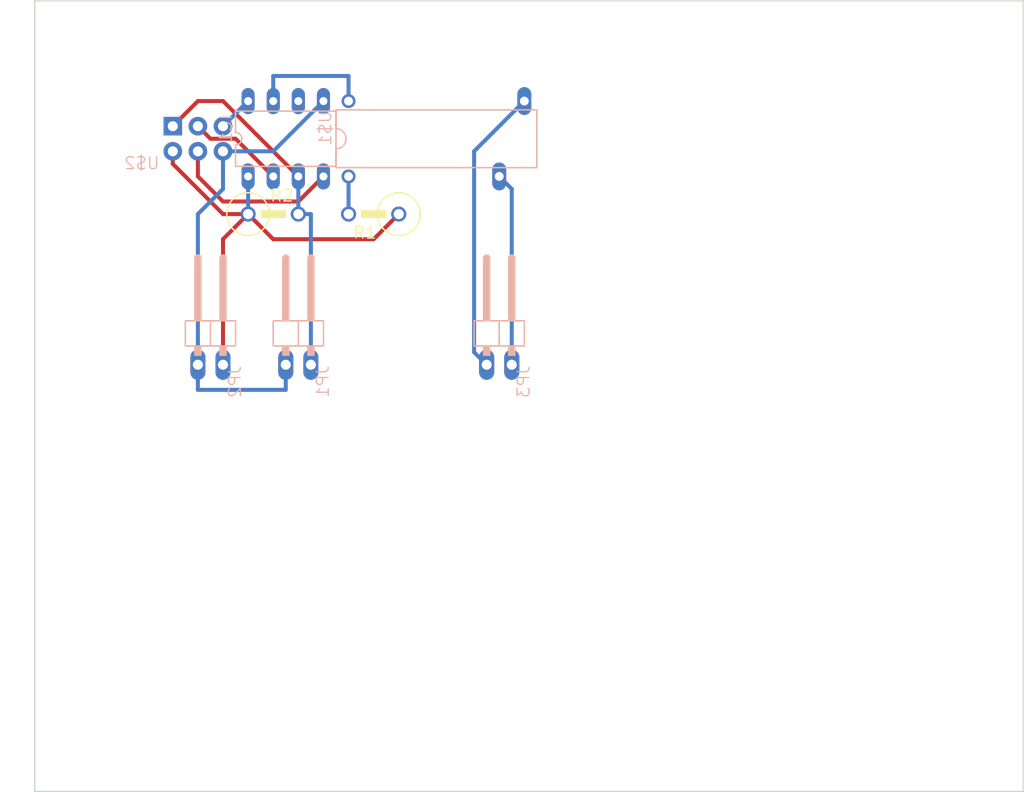
<source format=kicad_pcb>
(kicad_pcb (version 20171130) (host pcbnew "(5.0.1-dev-161-gb2b703363-dirty)+git1-1f19903-1")

  (general
    (thickness 1.6)
    (drawings 4)
    (tracks 40)
    (zones 0)
    (modules 8)
    (nets 12)
  )

  (page A4)
  (layers
    (0 Top signal)
    (31 Bottom signal)
    (32 B.Adhes user)
    (33 F.Adhes user)
    (34 B.Paste user)
    (35 F.Paste user)
    (36 B.SilkS user)
    (37 F.SilkS user)
    (38 B.Mask user)
    (39 F.Mask user)
    (40 Dwgs.User user)
    (41 Cmts.User user)
    (42 Eco1.User user)
    (43 Eco2.User user)
    (44 Edge.Cuts user)
    (45 Margin user)
    (46 B.CrtYd user)
    (47 F.CrtYd user)
    (48 B.Fab user)
    (49 F.Fab user)
  )

  (setup
    (last_trace_width 0.25)
    (trace_clearance 0.2)
    (zone_clearance 0.508)
    (zone_45_only no)
    (trace_min 0.2)
    (segment_width 0.2)
    (edge_width 0.15)
    (via_size 0.8)
    (via_drill 0.4)
    (via_min_size 0.4)
    (via_min_drill 0.3)
    (uvia_size 0.3)
    (uvia_drill 0.1)
    (uvias_allowed no)
    (uvia_min_size 0.2)
    (uvia_min_drill 0.1)
    (pcb_text_width 0.3)
    (pcb_text_size 1.5 1.5)
    (mod_edge_width 0.15)
    (mod_text_size 1 1)
    (mod_text_width 0.15)
    (pad_size 1.524 1.524)
    (pad_drill 0.762)
    (pad_to_mask_clearance 0.051)
    (solder_mask_min_width 0.25)
    (aux_axis_origin 0 0)
    (visible_elements FFFFFF7F)
    (pcbplotparams
      (layerselection 0x010fc_ffffffff)
      (usegerberextensions false)
      (usegerberattributes false)
      (usegerberadvancedattributes false)
      (creategerberjobfile false)
      (excludeedgelayer true)
      (linewidth 0.100000)
      (plotframeref false)
      (viasonmask false)
      (mode 1)
      (useauxorigin false)
      (hpglpennumber 1)
      (hpglpenspeed 20)
      (hpglpendiameter 15.000000)
      (psnegative false)
      (psa4output false)
      (plotreference true)
      (plotvalue true)
      (plotinvisibletext false)
      (padsonsilk false)
      (subtractmaskfromsilk false)
      (outputformat 1)
      (mirror false)
      (drillshape 1)
      (scaleselection 1)
      (outputdirectory ""))
  )

  (net 0 "")
  (net 1 VCC)
  (net 2 GND)
  (net 3 "Net-(IC1-Pad7)")
  (net 4 "Net-(IC1-Pad6)")
  (net 5 "Net-(IC1-Pad5)")
  (net 6 "Net-(IC1-Pad3)")
  (net 7 "Net-(IC1-Pad2)")
  (net 8 "Net-(IC1-Pad1)")
  (net 9 "Net-(R1-Pad2)")
  (net 10 "Net-(JP3-Pad1)")
  (net 11 "Net-(JP3-Pad2)")

  (net_class Default "This is the default net class."
    (clearance 0.2)
    (trace_width 0.25)
    (via_dia 0.8)
    (via_drill 0.4)
    (uvia_dia 0.3)
    (uvia_drill 0.1)
    (add_net GND)
    (add_net "Net-(IC1-Pad1)")
    (add_net "Net-(IC1-Pad2)")
    (add_net "Net-(IC1-Pad3)")
    (add_net "Net-(IC1-Pad5)")
    (add_net "Net-(IC1-Pad6)")
    (add_net "Net-(IC1-Pad7)")
    (add_net "Net-(JP3-Pad1)")
    (add_net "Net-(JP3-Pad2)")
    (add_net "Net-(R1-Pad2)")
    (add_net VCC)
  )

  (module Stoffgeber:DIL08 (layer Bottom) (tedit 0) (tstamp 5BABDC05)
    (at 123.9011 78.9636)
    (descr "<B>Dual In Line</B>")
    (path /7C8C299E06F92037)
    (fp_text reference IC1 (at -5.3594 -2.54 -90) (layer B.SilkS)
      (effects (font (size 1.2065 1.2065) (thickness 0.127)) (justify left bottom mirror))
    )
    (fp_text value TINY22P (at -3.81 -0.9906) (layer B.Fab)
      (effects (font (size 1.2065 1.2065) (thickness 0.127)) (justify left bottom mirror))
    )
    (fp_line (start -5.08 2.794) (end -5.08 0.635) (layer B.SilkS) (width 0.1524))
    (fp_line (start 5.08 2.794) (end -5.08 2.794) (layer B.SilkS) (width 0.1524))
    (fp_line (start 5.08 -2.794) (end 5.08 2.794) (layer B.SilkS) (width 0.1524))
    (fp_line (start -5.08 -2.794) (end 5.08 -2.794) (layer B.SilkS) (width 0.1524))
    (fp_line (start -5.08 -0.635) (end -5.08 -2.794) (layer B.SilkS) (width 0.1524))
    (fp_arc (start -5.08 0) (end -5.08 -0.635) (angle 180) (layer B.SilkS) (width 0.1524))
    (pad 8 thru_hole oval (at -3.81 3.81 270) (size 2.6416 1.3208) (drill 0.8128) (layers *.Cu *.Mask)
      (net 1 VCC) (solder_mask_margin 0.1016))
    (pad 7 thru_hole oval (at -1.27 3.81 270) (size 2.6416 1.3208) (drill 0.8128) (layers *.Cu *.Mask)
      (net 3 "Net-(IC1-Pad7)") (solder_mask_margin 0.1016))
    (pad 6 thru_hole oval (at 1.27 3.81 270) (size 2.6416 1.3208) (drill 0.8128) (layers *.Cu *.Mask)
      (net 4 "Net-(IC1-Pad6)") (solder_mask_margin 0.1016))
    (pad 5 thru_hole oval (at 3.81 3.81 270) (size 2.6416 1.3208) (drill 0.8128) (layers *.Cu *.Mask)
      (net 5 "Net-(IC1-Pad5)") (solder_mask_margin 0.1016))
    (pad 4 thru_hole oval (at 3.81 -3.81 270) (size 2.6416 1.3208) (drill 0.8128) (layers *.Cu *.Mask)
      (net 2 GND) (solder_mask_margin 0.1016))
    (pad 3 thru_hole oval (at 1.27 -3.81 270) (size 2.6416 1.3208) (drill 0.8128) (layers *.Cu *.Mask)
      (net 6 "Net-(IC1-Pad3)") (solder_mask_margin 0.1016))
    (pad 2 thru_hole oval (at -1.27 -3.81 270) (size 2.6416 1.3208) (drill 0.8128) (layers *.Cu *.Mask)
      (net 7 "Net-(IC1-Pad2)") (solder_mask_margin 0.1016))
    (pad 1 thru_hole oval (at -3.81 -3.81 270) (size 2.6416 1.3208) (drill 0.8128) (layers *.Cu *.Mask)
      (net 8 "Net-(IC1-Pad1)") (solder_mask_margin 0.1016))
  )

  (module Stoffgeber:1X02_90 (layer Bottom) (tedit 0) (tstamp 5BABDC16)
    (at 125.1711 98.0136 180)
    (descr "<b>PIN HEADER</b>")
    (path /848DA6002F430EF2)
    (fp_text reference JP1 (at -3.175 -3.81 90) (layer B.SilkS)
      (effects (font (size 1.2065 1.2065) (thickness 0.127)) (justify left bottom mirror))
    )
    (fp_text value PINHD-1X2_90 (at 4.445 -3.81 90) (layer B.Fab)
      (effects (font (size 1.2065 1.2065) (thickness 0.1016)) (justify left bottom mirror))
    )
    (fp_poly (pts (xy 0.889 -2.921) (xy 1.651 -2.921) (xy 1.651 -1.905) (xy 0.889 -1.905)) (layer B.SilkS) (width 0))
    (fp_poly (pts (xy -1.651 -2.921) (xy -0.889 -2.921) (xy -0.889 -1.905) (xy -1.651 -1.905)) (layer B.SilkS) (width 0))
    (fp_poly (pts (xy 0.889 0.635) (xy 1.651 0.635) (xy 1.651 1.143) (xy 0.889 1.143)) (layer B.SilkS) (width 0))
    (fp_poly (pts (xy -1.651 0.635) (xy -0.889 0.635) (xy -0.889 1.143) (xy -1.651 1.143)) (layer B.SilkS) (width 0))
    (fp_line (start 1.27 6.985) (end 1.27 1.27) (layer B.SilkS) (width 0.762))
    (fp_line (start 2.54 0.635) (end 0 0.635) (layer B.SilkS) (width 0.1524))
    (fp_line (start 2.54 -1.905) (end 2.54 0.635) (layer B.SilkS) (width 0.1524))
    (fp_line (start 0 -1.905) (end 2.54 -1.905) (layer B.SilkS) (width 0.1524))
    (fp_line (start -1.27 6.985) (end -1.27 1.27) (layer B.SilkS) (width 0.762))
    (fp_line (start -2.54 0.635) (end -2.54 -1.905) (layer B.SilkS) (width 0.1524))
    (fp_line (start 0 0.635) (end -2.54 0.635) (layer B.SilkS) (width 0.1524))
    (fp_line (start 0 -1.905) (end 0 0.635) (layer B.SilkS) (width 0.1524))
    (fp_line (start -2.54 -1.905) (end 0 -1.905) (layer B.SilkS) (width 0.1524))
    (pad 2 thru_hole oval (at 1.27 -3.81 90) (size 3.048 1.524) (drill 1.016) (layers *.Cu *.Mask)
      (net 2 GND) (solder_mask_margin 0.1016))
    (pad 1 thru_hole oval (at -1.27 -3.81 90) (size 3.048 1.524) (drill 1.016) (layers *.Cu *.Mask)
      (net 4 "Net-(IC1-Pad6)") (solder_mask_margin 0.1016))
  )

  (module Stoffgeber:1X02_90 (layer Bottom) (tedit 0) (tstamp 5BABDC28)
    (at 116.2811 98.0136 180)
    (descr "<b>PIN HEADER</b>")
    (path /4804D7FCFA93C76E)
    (fp_text reference JP2 (at -3.175 -3.81 90) (layer B.SilkS)
      (effects (font (size 1.2065 1.2065) (thickness 0.127)) (justify left bottom mirror))
    )
    (fp_text value PINHD-1X2_90 (at 4.445 -3.81 90) (layer B.Fab)
      (effects (font (size 1.2065 1.2065) (thickness 0.1016)) (justify left bottom mirror))
    )
    (fp_poly (pts (xy 0.889 -2.921) (xy 1.651 -2.921) (xy 1.651 -1.905) (xy 0.889 -1.905)) (layer B.SilkS) (width 0))
    (fp_poly (pts (xy -1.651 -2.921) (xy -0.889 -2.921) (xy -0.889 -1.905) (xy -1.651 -1.905)) (layer B.SilkS) (width 0))
    (fp_poly (pts (xy 0.889 0.635) (xy 1.651 0.635) (xy 1.651 1.143) (xy 0.889 1.143)) (layer B.SilkS) (width 0))
    (fp_poly (pts (xy -1.651 0.635) (xy -0.889 0.635) (xy -0.889 1.143) (xy -1.651 1.143)) (layer B.SilkS) (width 0))
    (fp_line (start 1.27 6.985) (end 1.27 1.27) (layer B.SilkS) (width 0.762))
    (fp_line (start 2.54 0.635) (end 0 0.635) (layer B.SilkS) (width 0.1524))
    (fp_line (start 2.54 -1.905) (end 2.54 0.635) (layer B.SilkS) (width 0.1524))
    (fp_line (start 0 -1.905) (end 2.54 -1.905) (layer B.SilkS) (width 0.1524))
    (fp_line (start -1.27 6.985) (end -1.27 1.27) (layer B.SilkS) (width 0.762))
    (fp_line (start -2.54 0.635) (end -2.54 -1.905) (layer B.SilkS) (width 0.1524))
    (fp_line (start 0 0.635) (end -2.54 0.635) (layer B.SilkS) (width 0.1524))
    (fp_line (start 0 -1.905) (end 0 0.635) (layer B.SilkS) (width 0.1524))
    (fp_line (start -2.54 -1.905) (end 0 -1.905) (layer B.SilkS) (width 0.1524))
    (pad 2 thru_hole oval (at 1.27 -3.81 90) (size 3.048 1.524) (drill 1.016) (layers *.Cu *.Mask)
      (net 2 GND) (solder_mask_margin 0.1016))
    (pad 1 thru_hole oval (at -1.27 -3.81 90) (size 3.048 1.524) (drill 1.016) (layers *.Cu *.Mask)
      (net 1 VCC) (solder_mask_margin 0.1016))
  )

  (module Stoffgeber:1X02_90 (layer Bottom) (tedit 0) (tstamp 5BABDC3A)
    (at 145.4911 98.0136 180)
    (descr "<b>PIN HEADER</b>")
    (path /CD71B194ACD8E5B6)
    (fp_text reference JP3 (at -3.175 -3.81 90) (layer B.SilkS)
      (effects (font (size 1.2065 1.2065) (thickness 0.127)) (justify left bottom mirror))
    )
    (fp_text value PINHD-1X2_90 (at 4.445 -3.81 90) (layer B.Fab)
      (effects (font (size 1.2065 1.2065) (thickness 0.1016)) (justify left bottom mirror))
    )
    (fp_poly (pts (xy 0.889 -2.921) (xy 1.651 -2.921) (xy 1.651 -1.905) (xy 0.889 -1.905)) (layer B.SilkS) (width 0))
    (fp_poly (pts (xy -1.651 -2.921) (xy -0.889 -2.921) (xy -0.889 -1.905) (xy -1.651 -1.905)) (layer B.SilkS) (width 0))
    (fp_poly (pts (xy 0.889 0.635) (xy 1.651 0.635) (xy 1.651 1.143) (xy 0.889 1.143)) (layer B.SilkS) (width 0))
    (fp_poly (pts (xy -1.651 0.635) (xy -0.889 0.635) (xy -0.889 1.143) (xy -1.651 1.143)) (layer B.SilkS) (width 0))
    (fp_line (start 1.27 6.985) (end 1.27 1.27) (layer B.SilkS) (width 0.762))
    (fp_line (start 2.54 0.635) (end 0 0.635) (layer B.SilkS) (width 0.1524))
    (fp_line (start 2.54 -1.905) (end 2.54 0.635) (layer B.SilkS) (width 0.1524))
    (fp_line (start 0 -1.905) (end 2.54 -1.905) (layer B.SilkS) (width 0.1524))
    (fp_line (start -1.27 6.985) (end -1.27 1.27) (layer B.SilkS) (width 0.762))
    (fp_line (start -2.54 0.635) (end -2.54 -1.905) (layer B.SilkS) (width 0.1524))
    (fp_line (start 0 0.635) (end -2.54 0.635) (layer B.SilkS) (width 0.1524))
    (fp_line (start 0 -1.905) (end 0 0.635) (layer B.SilkS) (width 0.1524))
    (fp_line (start -2.54 -1.905) (end 0 -1.905) (layer B.SilkS) (width 0.1524))
    (pad 2 thru_hole oval (at 1.27 -3.81 90) (size 3.048 1.524) (drill 1.016) (layers *.Cu *.Mask)
      (net 11 "Net-(JP3-Pad2)") (solder_mask_margin 0.1016))
    (pad 1 thru_hole oval (at -1.27 -3.81 90) (size 3.048 1.524) (drill 1.016) (layers *.Cu *.Mask)
      (net 10 "Net-(JP3-Pad1)") (solder_mask_margin 0.1016))
  )

  (module Stoffgeber:0414V (layer Top) (tedit 0) (tstamp 5BABDC4C)
    (at 132.7911 86.5836 180)
    (descr "<b>RESISTOR</b><p>\ntype 0414, grid 5 mm")
    (path /E9A346A00283DCCD)
    (fp_text reference R1 (at -0.381 -1.1684 180) (layer F.SilkS)
      (effects (font (size 1.2065 1.2065) (thickness 0.127)) (justify right top))
    )
    (fp_text value R-EU_0414_5V (at -0.381 2.3622 180) (layer F.Fab)
      (effects (font (size 1.2065 1.2065) (thickness 0.127)) (justify right top))
    )
    (fp_poly (pts (xy -1.2954 0.4064) (xy 1.2954 0.4064) (xy 1.2954 -0.4064) (xy -1.2954 -0.4064)) (layer F.SilkS) (width 0))
    (fp_circle (center -2.54 0) (end -1.397 0) (layer F.Fab) (width 0.1524))
    (fp_circle (center -2.54 0) (end -0.381 0) (layer F.SilkS) (width 0.1524))
    (fp_line (start -2.54 0) (end -1.397 0) (layer F.Fab) (width 0.8128))
    (fp_line (start 2.54 0) (end 1.397 0) (layer F.Fab) (width 0.8128))
    (pad 2 thru_hole circle (at 2.54 0 180) (size 1.524 1.524) (drill 1.016) (layers *.Cu *.Mask)
      (net 9 "Net-(R1-Pad2)") (solder_mask_margin 0.1016))
    (pad 1 thru_hole circle (at -2.54 0 180) (size 1.524 1.524) (drill 1.016) (layers *.Cu *.Mask)
      (net 1 VCC) (solder_mask_margin 0.1016))
  )

  (module Stoffgeber:0414V (layer Top) (tedit 0) (tstamp 5BABDC56)
    (at 122.6311 86.5836)
    (descr "<b>RESISTOR</b><p>\ntype 0414, grid 5 mm")
    (path /D8D8E5BA3A85EE58)
    (fp_text reference R2 (at -0.381 -1.1684) (layer F.SilkS)
      (effects (font (size 1.2065 1.2065) (thickness 0.127)) (justify left bottom))
    )
    (fp_text value R-EU_0414_5V (at -0.381 2.3622) (layer F.Fab)
      (effects (font (size 1.2065 1.2065) (thickness 0.127)) (justify left bottom))
    )
    (fp_poly (pts (xy -1.2954 0.4064) (xy 1.2954 0.4064) (xy 1.2954 -0.4064) (xy -1.2954 -0.4064)) (layer F.SilkS) (width 0))
    (fp_circle (center -2.54 0) (end -1.397 0) (layer F.Fab) (width 0.1524))
    (fp_circle (center -2.54 0) (end -0.381 0) (layer F.SilkS) (width 0.1524))
    (fp_line (start -2.54 0) (end -1.397 0) (layer F.Fab) (width 0.8128))
    (fp_line (start 2.54 0) (end 1.397 0) (layer F.Fab) (width 0.8128))
    (pad 2 thru_hole circle (at 2.54 0) (size 1.524 1.524) (drill 1.016) (layers *.Cu *.Mask)
      (net 4 "Net-(IC1-Pad6)") (solder_mask_margin 0.1016))
    (pad 1 thru_hole circle (at -2.54 0) (size 1.524 1.524) (drill 1.016) (layers *.Cu *.Mask)
      (net 1 VCC) (solder_mask_margin 0.1016))
  )

  (module Stoffgeber:DIL16-CPC1965G (layer Bottom) (tedit 0) (tstamp 5BABDC60)
    (at 139.1411 78.9636)
    (descr "<b>Dual In Line Package</b>")
    (path /850A8AB0BABD3B23)
    (fp_text reference U$1 (at -10.541 -2.921 -90) (layer B.SilkS)
      (effects (font (size 1.2065 1.2065) (thickness 0.127)) (justify left bottom mirror))
    )
    (fp_text value CPC1965G (at -7.493 -0.635) (layer B.Fab)
      (effects (font (size 1.2065 1.2065) (thickness 0.127)) (justify left bottom mirror))
    )
    (fp_arc (start -10.16 0) (end -10.16 1.016) (angle -180) (layer B.SilkS) (width 0.1524))
    (fp_line (start -10.16 -2.921) (end -10.16 -1.016) (layer B.SilkS) (width 0.1524))
    (fp_line (start -10.16 2.921) (end -10.16 1.016) (layer B.SilkS) (width 0.1524))
    (fp_line (start 10.16 2.921) (end 10.16 -2.921) (layer B.SilkS) (width 0.1524))
    (fp_line (start -10.16 -2.921) (end 10.16 -2.921) (layer B.SilkS) (width 0.1524))
    (fp_line (start 10.16 2.921) (end -10.16 2.921) (layer B.SilkS) (width 0.1524))
    (pad + thru_hole circle (at -8.89 3.81 270) (size 1.408 1.408) (drill 0.9) (layers *.Cu *.Mask)
      (net 9 "Net-(R1-Pad2)") (solder_mask_margin 0.1016))
    (pad A1 thru_hole oval (at 6.35 3.81 270) (size 2.816 1.408) (drill 0.9) (layers *.Cu *.Mask)
      (net 10 "Net-(JP3-Pad1)") (solder_mask_margin 0.1016))
    (pad A2 thru_hole oval (at 8.89 -3.81 270) (size 2.816 1.408) (drill 0.9) (layers *.Cu *.Mask)
      (net 11 "Net-(JP3-Pad2)") (solder_mask_margin 0.1016))
    (pad - thru_hole circle (at -8.89 -3.81 270) (size 1.408 1.408) (drill 0.9) (layers *.Cu *.Mask)
      (net 7 "Net-(IC1-Pad2)") (solder_mask_margin 0.1016))
  )

  (module Stoffgeber:2X3-NS (layer Bottom) (tedit 0) (tstamp 5BABDC6D)
    (at 115.0111 78.9636)
    (path /AA898CC2A8B04D1A)
    (fp_text reference U$2 (at -3.81 3.175) (layer B.SilkS)
      (effects (font (size 1.2065 1.2065) (thickness 0.127)) (justify left bottom mirror))
    )
    (fp_text value AVR_SPI_PRG_6NS (at -3.81 -4.445) (layer B.Fab)
      (effects (font (size 1.2065 1.2065) (thickness 0.1016)) (justify left bottom mirror))
    )
    (fp_poly (pts (xy 2.286 -1.524) (xy 2.794 -1.524) (xy 2.794 -1.016) (xy 2.286 -1.016)) (layer B.Fab) (width 0))
    (fp_poly (pts (xy 2.286 1.016) (xy 2.794 1.016) (xy 2.794 1.524) (xy 2.286 1.524)) (layer B.Fab) (width 0))
    (fp_poly (pts (xy -0.254 -1.524) (xy 0.254 -1.524) (xy 0.254 -1.016) (xy -0.254 -1.016)) (layer B.Fab) (width 0))
    (fp_poly (pts (xy -0.254 1.016) (xy 0.254 1.016) (xy 0.254 1.524) (xy -0.254 1.524)) (layer B.Fab) (width 0))
    (fp_poly (pts (xy -2.794 1.016) (xy -2.286 1.016) (xy -2.286 1.524) (xy -2.794 1.524)) (layer B.Fab) (width 0))
    (fp_poly (pts (xy -2.794 -1.524) (xy -2.286 -1.524) (xy -2.286 -1.016) (xy -2.794 -1.016)) (layer B.Fab) (width 0))
    (fp_line (start -1.905 -2.875) (end -3.175 -2.875) (layer B.Fab) (width 0.2032))
    (fp_line (start -3.175 -2.54) (end -1.905 -2.54) (layer B.Fab) (width 0.2032))
    (fp_line (start -0.635 -2.54) (end 0.635 -2.54) (layer B.Fab) (width 0.2032))
    (fp_line (start 1.905 -2.54) (end 3.175 -2.54) (layer B.Fab) (width 0.2032))
    (fp_line (start 3.81 1.905) (end 3.81 -1.905) (layer B.Fab) (width 0.2032))
    (fp_line (start 1.27 1.905) (end 1.27 -1.905) (layer B.Fab) (width 0.2032))
    (fp_line (start -1.27 1.905) (end -1.27 -1.905) (layer B.Fab) (width 0.2032))
    (fp_line (start 3.175 2.54) (end 3.81 1.905) (layer B.Fab) (width 0.2032))
    (fp_line (start 1.905 2.54) (end 3.175 2.54) (layer B.Fab) (width 0.2032))
    (fp_line (start 1.27 1.905) (end 1.905 2.54) (layer B.Fab) (width 0.2032))
    (fp_line (start 0.635 2.54) (end 1.27 1.905) (layer B.Fab) (width 0.2032))
    (fp_line (start -0.635 2.54) (end 0.635 2.54) (layer B.Fab) (width 0.2032))
    (fp_line (start -1.27 1.905) (end -0.635 2.54) (layer B.Fab) (width 0.2032))
    (fp_line (start -1.905 2.54) (end -1.27 1.905) (layer B.Fab) (width 0.2032))
    (fp_line (start -3.175 2.54) (end -1.905 2.54) (layer B.Fab) (width 0.2032))
    (fp_line (start -3.81 1.905) (end -3.175 2.54) (layer B.Fab) (width 0.2032))
    (fp_line (start -3.81 -1.905) (end -3.81 1.905) (layer B.Fab) (width 0.2032))
    (fp_line (start 3.175 -2.54) (end 3.81 -1.905) (layer B.Fab) (width 0.2032))
    (fp_line (start 1.27 -1.905) (end 1.905 -2.54) (layer B.Fab) (width 0.2032))
    (fp_line (start 0.635 -2.54) (end 1.27 -1.905) (layer B.Fab) (width 0.2032))
    (fp_line (start -1.27 -1.905) (end -0.635 -2.54) (layer B.Fab) (width 0.2032))
    (fp_line (start -1.905 -2.54) (end -1.27 -1.905) (layer B.Fab) (width 0.2032))
    (fp_line (start -3.81 -1.905) (end -3.175 -2.54) (layer B.Fab) (width 0.2032))
    (pad 6 thru_hole circle (at 2.54 1.27) (size 1.8796 1.8796) (drill 1.016) (layers *.Cu *.Mask)
      (net 2 GND) (solder_mask_margin 0.1016))
    (pad 5 thru_hole circle (at 2.54 -1.27) (size 1.8796 1.8796) (drill 1.016) (layers *.Cu *.Mask)
      (net 8 "Net-(IC1-Pad1)") (solder_mask_margin 0.1016))
    (pad 4 thru_hole circle (at 0 1.27) (size 1.8796 1.8796) (drill 1.016) (layers *.Cu *.Mask)
      (net 5 "Net-(IC1-Pad5)") (solder_mask_margin 0.1016))
    (pad 3 thru_hole circle (at 0 -1.27) (size 1.8796 1.8796) (drill 1.016) (layers *.Cu *.Mask)
      (net 3 "Net-(IC1-Pad7)") (solder_mask_margin 0.1016))
    (pad 2 thru_hole circle (at -2.54 1.27) (size 1.8796 1.8796) (drill 1.016) (layers *.Cu *.Mask)
      (net 1 VCC) (solder_mask_margin 0.1016))
    (pad 1 thru_hole rect (at -2.54 -1.27) (size 1.8796 1.8796) (drill 1.016) (layers *.Cu *.Mask)
      (net 4 "Net-(IC1-Pad6)") (solder_mask_margin 0.1016))
  )

  (gr_line (start 98.5011 145.0036) (end 198.5011 145.0036) (layer Edge.Cuts) (width 0.15) (tstamp 559F97E21510))
  (gr_line (start 198.5011 145.0036) (end 198.5011 65.0036) (layer Edge.Cuts) (width 0.15) (tstamp 559F97B9BD40))
  (gr_line (start 198.5011 65.0036) (end 98.5011 65.0036) (layer Edge.Cuts) (width 0.15) (tstamp 559F97B9C140))
  (gr_line (start 98.5011 65.0036) (end 98.5011 145.0036) (layer Edge.Cuts) (width 0.15) (tstamp 559F97B9C540))

  (segment (start 120.0911 82.7736) (end 120.0911 86.5836) (width 0.4064) (layer Bottom) (net 1) (tstamp 559F97DD2E10))
  (segment (start 135.3311 86.5836) (end 132.7911 89.1236) (width 0.4064) (layer Top) (net 1) (tstamp 559F97DD32D0))
  (segment (start 132.7911 89.1236) (end 122.6311 89.1236) (width 0.4064) (layer Top) (net 1) (tstamp 559F97DD3780))
  (segment (start 112.4711 81.5036) (end 112.4711 80.2336) (width 0.4064) (layer Top) (net 1) (tstamp 559F97DD3C30))
  (segment (start 117.5511 101.8236) (end 117.5511 89.1236) (width 0.4064) (layer Top) (net 1) (tstamp 559F97DD40E0))
  (segment (start 117.5511 89.1236) (end 120.0911 86.5836) (width 0.4064) (layer Top) (net 1) (tstamp 559F9859CD90))
  (segment (start 122.6311 89.1236) (end 120.0911 86.5836) (width 0.4064) (layer Top) (net 1) (tstamp 559F9859D240))
  (segment (start 112.4711 81.5036) (end 117.5511 86.5836) (width 0.4064) (layer Top) (net 1) (tstamp 559F9859D6F0))
  (segment (start 117.5511 86.5836) (end 120.0911 86.5836) (width 0.4064) (layer Top) (net 1) (tstamp 559F9859DBA0))
  (segment (start 123.9011 101.8236) (end 123.9011 104.3636) (width 0.4064) (layer Bottom) (net 2) (tstamp 559F97DCA400))
  (segment (start 123.9011 104.3636) (end 115.0111 104.3636) (width 0.4064) (layer Bottom) (net 2) (tstamp 559F97DCA8E0))
  (segment (start 115.0111 104.3636) (end 115.0111 101.8236) (width 0.4064) (layer Bottom) (net 2) (tstamp 559F97DCAD90))
  (segment (start 117.5511 80.2336) (end 117.5511 84.0436) (width 0.4064) (layer Bottom) (net 2) (tstamp 559F97E3E880))
  (segment (start 117.5511 84.0436) (end 115.0111 86.5836) (width 0.4064) (layer Bottom) (net 2) (tstamp 559F97E3ED30))
  (segment (start 115.0111 86.5836) (end 115.0111 101.8236) (width 0.4064) (layer Bottom) (net 2) (tstamp 559F97E3F1E0))
  (segment (start 117.5511 80.2336) (end 122.6311 80.2336) (width 0.4064) (layer Bottom) (net 2) (tstamp 559F97E3F690))
  (segment (start 122.6311 80.2336) (end 127.7111 75.1536) (width 0.4064) (layer Bottom) (net 2) (tstamp 559F97E3FB40))
  (segment (start 127.7111 82.7736) (end 125.1711 85.3136) (width 0.4064) (layer Top) (net 5) (tstamp 559F97E03530))
  (segment (start 125.1711 85.3136) (end 117.5511 85.3136) (width 0.4064) (layer Top) (net 5) (tstamp 559F97E03A10))
  (segment (start 117.5511 85.3136) (end 115.0111 82.7736) (width 0.4064) (layer Top) (net 5) (tstamp 559F97E03EC0))
  (segment (start 115.0111 82.7736) (end 115.0111 80.2336) (width 0.4064) (layer Top) (net 5) (tstamp 559F97E04370))
  (segment (start 115.0111 77.6936) (end 116.2811 78.9636) (width 0.4064) (layer Top) (net 3) (tstamp 559F97DF9530))
  (segment (start 116.2811 78.9636) (end 118.8211 78.9636) (width 0.4064) (layer Top) (net 3) (tstamp 559F97DF9A10))
  (segment (start 118.8211 78.9636) (end 122.6311 82.7736) (width 0.4064) (layer Top) (net 3) (tstamp 559F97DF9EC0))
  (segment (start 117.5511 77.6936) (end 120.0911 75.1536) (width 0.4064) (layer Bottom) (net 8) (tstamp 559F97DDA480))
  (segment (start 145.4911 82.7736) (end 146.7611 84.0436) (width 0.4064) (layer Bottom) (net 10) (tstamp 559F97DDAE90))
  (segment (start 146.7611 84.0436) (end 146.7611 101.8236) (width 0.4064) (layer Bottom) (net 10) (tstamp 559F97DDB370))
  (segment (start 148.0311 75.1536) (end 142.9511 80.2336) (width 0.4064) (layer Bottom) (net 11) (tstamp 559F97DDBD80))
  (segment (start 142.9511 80.2336) (end 142.9511 100.5536) (width 0.4064) (layer Bottom) (net 11) (tstamp 559F97BA0FD0))
  (segment (start 142.9511 100.5536) (end 144.2211 101.8236) (width 0.4064) (layer Bottom) (net 11) (tstamp 559F97BA1480))
  (segment (start 125.1711 82.7736) (end 125.1711 86.5836) (width 0.4064) (layer Bottom) (net 4) (tstamp 559F97BA22B0))
  (segment (start 126.4411 101.8236) (end 126.4411 86.5836) (width 0.4064) (layer Bottom) (net 4) (tstamp 559F97DC1000))
  (segment (start 126.4411 86.5836) (end 125.1711 86.5836) (width 0.4064) (layer Bottom) (net 4) (tstamp 559F97DC14B0))
  (segment (start 125.1711 82.7736) (end 117.5511 75.1536) (width 0.4064) (layer Top) (net 4) (tstamp 559F97DC1960))
  (segment (start 117.5511 75.1536) (end 115.0111 75.1536) (width 0.4064) (layer Top) (net 4) (tstamp 559F97DC1E10))
  (segment (start 115.0111 75.1536) (end 112.4711 77.6936) (width 0.4064) (layer Top) (net 4) (tstamp 559F97DC22C0))
  (segment (start 130.2511 75.1536) (end 130.2511 72.6136) (width 0.4064) (layer Bottom) (net 7) (tstamp 559F97DC2CD0))
  (segment (start 130.2511 72.6136) (end 122.6311 72.6136) (width 0.4064) (layer Bottom) (net 7) (tstamp 559F97CD3EF0))
  (segment (start 122.6311 72.6136) (end 122.6311 75.1536) (width 0.4064) (layer Bottom) (net 7) (tstamp 559F97CD43A0))
  (segment (start 130.2511 82.7736) (end 130.2511 86.5836) (width 0.4064) (layer Bottom) (net 9) (tstamp 559F97CD4DB0))

)

</source>
